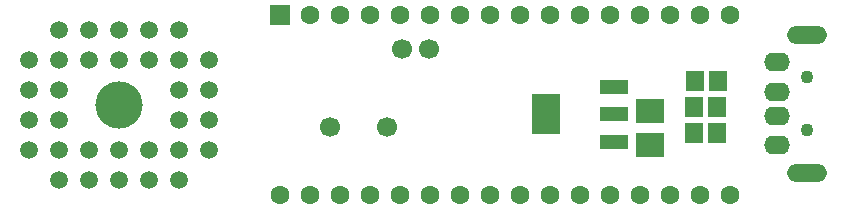
<source format=gbr>
G04 DipTrace 3.0.0.2*
G04 BottomMask.gbr*
%MOIN*%
G04 #@! TF.FileFunction,Soldermask,Bot*
G04 #@! TF.Part,Single*
%ADD24C,0.059055*%
%ADD36C,0.043307*%
%ADD37C,0.15748*%
%ADD43C,0.066929*%
%ADD45R,0.09252X0.135827*%
%ADD47R,0.09252X0.045276*%
%ADD49C,0.062992*%
%ADD51R,0.066929X0.066929*%
%ADD53R,0.059055X0.066929*%
%ADD55C,0.066929*%
%ADD56O,0.133858X0.059055*%
%ADD58O,0.086614X0.062992*%
%ADD60R,0.096457X0.07874*%
%FSLAX26Y26*%
G04*
G70*
G90*
G75*
G01*
G04 BotMask*
%LPD*%
D60*
X2594488Y777559D3*
Y891732D3*
D58*
X3015748Y777559D3*
Y875984D3*
Y954724D3*
Y1053150D3*
D56*
X3118110Y1145669D3*
Y685039D3*
D36*
Y1003937D3*
Y826772D3*
D55*
X1767717Y1098425D3*
X1858268Y1096457D3*
D53*
X2816929Y905512D3*
X2742126D3*
X2816929Y818898D3*
X2742126D3*
X2818898Y992126D3*
X2744094D3*
D24*
X1024016Y962598D3*
X1124016Y862598D3*
X1024016D3*
X1124016Y762598D3*
X1024016Y662598D3*
Y762598D3*
X924016Y662598D3*
Y762598D3*
X824016Y662598D3*
Y762598D3*
X724016Y662598D3*
Y762598D3*
X624016Y662598D3*
X524016Y762598D3*
X624016D3*
X524016Y862598D3*
X624016D3*
X524016Y962598D3*
X624016D3*
X524016Y1062598D3*
X624016D3*
X724016Y1162598D3*
Y1062598D3*
X824016Y1162598D3*
Y1062598D3*
X924016Y1162598D3*
Y1062598D3*
X1024016Y1162598D3*
X1124016Y1062598D3*
X1024016D3*
X1124016Y962598D3*
X624016Y1162598D3*
D37*
X824016Y912598D3*
D51*
X1360236Y1212598D3*
D49*
X1460236D3*
X1560236D3*
X1660236D3*
X1760236D3*
X1860236D3*
X1960236D3*
X2060236D3*
X2160236D3*
X2260236D3*
X2360236D3*
X2460236D3*
X2560236D3*
X2660236D3*
X2760236D3*
X2860236D3*
Y612598D3*
X2760236D3*
X2660236D3*
X2560236D3*
X2460236D3*
X2360236D3*
X2260236D3*
X2160236D3*
X2060236D3*
X1960236D3*
X1860236D3*
X1760236D3*
X1660236D3*
X1560236D3*
X1460236D3*
X1360236D3*
D47*
X2474409Y970472D3*
Y879921D3*
Y789370D3*
D45*
X2246063Y879921D3*
D43*
X1525591Y838583D3*
X1715591D3*
M02*

</source>
